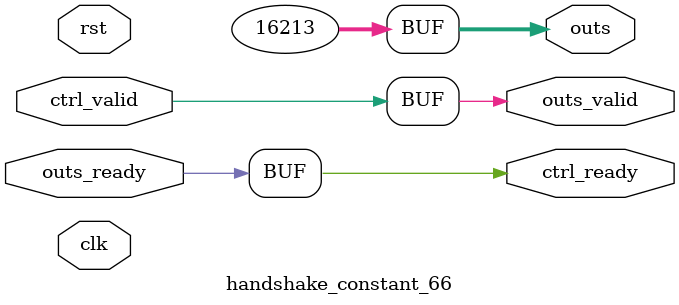
<source format=v>
`timescale 1ns / 1ps
module handshake_constant_66 #(
  parameter DATA_WIDTH = 32  // Default set to 32 bits
) (
  input                       clk,
  input                       rst,
  // Input Channel
  input                       ctrl_valid,
  output                      ctrl_ready,
  // Output Channel
  output [DATA_WIDTH - 1 : 0] outs,
  output                      outs_valid,
  input                       outs_ready
);
  assign outs       = 14'b11111101010101;
  assign outs_valid = ctrl_valid;
  assign ctrl_ready = outs_ready;

endmodule

</source>
